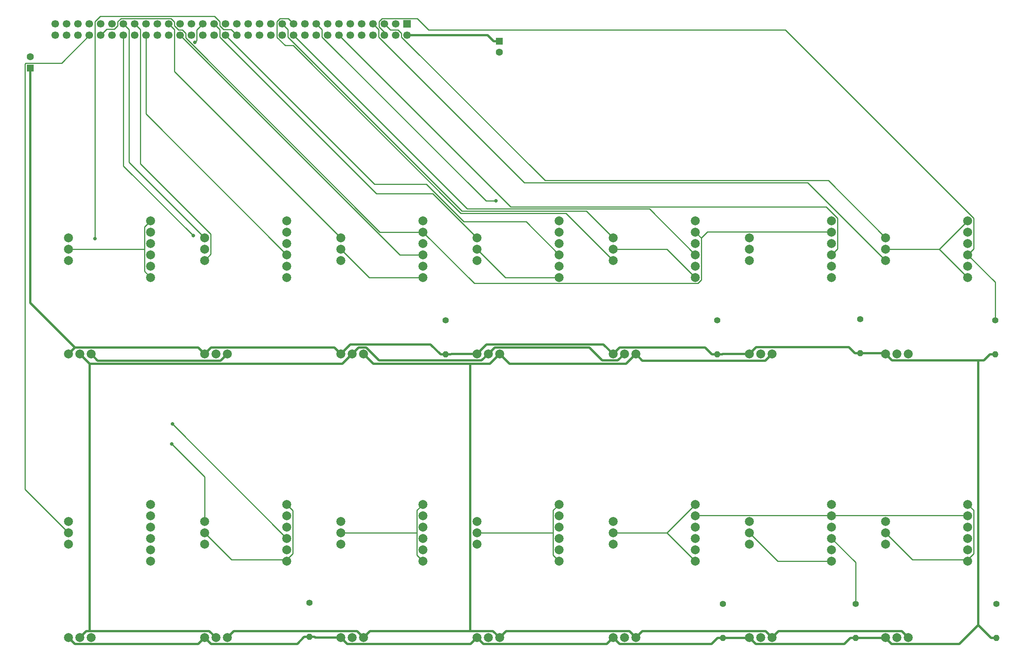
<source format=gbr>
G04 #@! TF.GenerationSoftware,KiCad,Pcbnew,(5.0.0)*
G04 #@! TF.CreationDate,2019-09-22T19:59:41+01:00*
G04 #@! TF.ProjectId,A-FJ,412D464A2E6B696361645F7063620000,rev?*
G04 #@! TF.SameCoordinates,Original*
G04 #@! TF.FileFunction,Copper,L1,Top,Signal*
G04 #@! TF.FilePolarity,Positive*
%FSLAX46Y46*%
G04 Gerber Fmt 4.6, Leading zero omitted, Abs format (unit mm)*
G04 Created by KiCad (PCBNEW (5.0.0)) date 09/22/19 19:59:41*
%MOMM*%
%LPD*%
G01*
G04 APERTURE LIST*
G04 #@! TA.AperFunction,ComponentPad*
%ADD10C,2.000000*%
G04 #@! TD*
G04 #@! TA.AperFunction,ComponentPad*
%ADD11C,1.400000*%
G04 #@! TD*
G04 #@! TA.AperFunction,ComponentPad*
%ADD12O,1.400000X1.400000*%
G04 #@! TD*
G04 #@! TA.AperFunction,ComponentPad*
%ADD13C,1.600000*%
G04 #@! TD*
G04 #@! TA.AperFunction,ComponentPad*
%ADD14R,1.600000X1.600000*%
G04 #@! TD*
G04 #@! TA.AperFunction,ComponentPad*
%ADD15C,1.700000*%
G04 #@! TD*
G04 #@! TA.AperFunction,ComponentPad*
%ADD16R,1.700000X1.700000*%
G04 #@! TD*
G04 #@! TA.AperFunction,ViaPad*
%ADD17C,0.800000*%
G04 #@! TD*
G04 #@! TA.AperFunction,Conductor*
%ADD18C,0.500000*%
G04 #@! TD*
G04 #@! TA.AperFunction,Conductor*
%ADD19C,0.250000*%
G04 #@! TD*
G04 APERTURE END LIST*
D10*
G04 #@! TO.P,U8,13*
G04 #@! TO.N,FTG2*
X225425000Y-78740000D03*
G04 #@! TO.P,U8,12*
G04 #@! TO.N,Net-(U8-Pad1)*
X225425000Y-81280000D03*
G04 #@! TO.P,U8,11*
G04 #@! TO.N,FTG1*
X225425000Y-83820000D03*
G04 #@! TO.P,U8,6*
G04 #@! TO.N,Net-(U8-Pad1)*
X243840000Y-74930000D03*
G04 #@! TO.P,U8,5*
G04 #@! TO.N,t2-2*
X243840000Y-77470000D03*
G04 #@! TO.P,U8,4*
G04 #@! TO.N,N/C*
X243840000Y-80010000D03*
G04 #@! TO.P,U8,3*
G04 #@! TO.N,FTGa*
X243840000Y-82550000D03*
G04 #@! TO.P,U8,2*
G04 #@! TO.N,N/C*
X243840000Y-85090000D03*
G04 #@! TO.P,U8,1*
G04 #@! TO.N,Net-(U8-Pad1)*
X243840000Y-87630000D03*
G04 #@! TO.P,U8,23*
G04 #@! TO.N,Neg6v*
X230505000Y-104775000D03*
G04 #@! TO.P,U8,22*
G04 #@! TO.N,GND*
X227965000Y-104775000D03*
G04 #@! TO.P,U8,21*
G04 #@! TO.N,6v*
X225425000Y-104775000D03*
G04 #@! TD*
G04 #@! TO.P,U1,13*
G04 #@! TO.N,RTG2*
X225425000Y-142240000D03*
G04 #@! TO.P,U1,12*
G04 #@! TO.N,Net-(U1-Pad1)*
X225425000Y-144780000D03*
G04 #@! TO.P,U1,11*
G04 #@! TO.N,RTG1*
X225425000Y-147320000D03*
G04 #@! TO.P,U1,6*
G04 #@! TO.N,Net-(U1-Pad1)*
X243840000Y-138430000D03*
G04 #@! TO.P,U1,5*
G04 #@! TO.N,t2-2*
X243840000Y-140970000D03*
G04 #@! TO.P,U1,4*
G04 #@! TO.N,N/C*
X243840000Y-143510000D03*
G04 #@! TO.P,U1,3*
G04 #@! TO.N,RTGa*
X243840000Y-146050000D03*
G04 #@! TO.P,U1,2*
G04 #@! TO.N,N/C*
X243840000Y-148590000D03*
G04 #@! TO.P,U1,1*
G04 #@! TO.N,Net-(U1-Pad1)*
X243840000Y-151130000D03*
G04 #@! TO.P,U1,23*
G04 #@! TO.N,Neg6v*
X230505000Y-168275000D03*
G04 #@! TO.P,U1,22*
G04 #@! TO.N,GND*
X227965000Y-168275000D03*
G04 #@! TO.P,U1,21*
G04 #@! TO.N,6v*
X225425000Y-168275000D03*
G04 #@! TD*
G04 #@! TO.P,U12,13*
G04 #@! TO.N,MTP2*
X103505000Y-78740000D03*
G04 #@! TO.P,U12,12*
G04 #@! TO.N,Net-(U12-Pad1)*
X103505000Y-81280000D03*
G04 #@! TO.P,U12,11*
G04 #@! TO.N,MTP1*
X103505000Y-83820000D03*
G04 #@! TO.P,U12,6*
G04 #@! TO.N,Net-(U12-Pad1)*
X121920000Y-74930000D03*
G04 #@! TO.P,U12,5*
G04 #@! TO.N,t2-2*
X121920000Y-77470000D03*
G04 #@! TO.P,U12,4*
G04 #@! TO.N,N/C*
X121920000Y-80010000D03*
G04 #@! TO.P,U12,3*
G04 #@! TO.N,MTPa*
X121920000Y-82550000D03*
G04 #@! TO.P,U12,2*
G04 #@! TO.N,N/C*
X121920000Y-85090000D03*
G04 #@! TO.P,U12,1*
G04 #@! TO.N,Net-(U12-Pad1)*
X121920000Y-87630000D03*
G04 #@! TO.P,U12,23*
G04 #@! TO.N,Neg6v*
X108585000Y-104775000D03*
G04 #@! TO.P,U12,22*
G04 #@! TO.N,GND*
X106045000Y-104775000D03*
G04 #@! TO.P,U12,21*
G04 #@! TO.N,6v*
X103505000Y-104775000D03*
G04 #@! TD*
G04 #@! TO.P,U11,13*
G04 #@! TO.N,MTF2*
X133985000Y-78740000D03*
G04 #@! TO.P,U11,12*
G04 #@! TO.N,Net-(U11-Pad1)*
X133985000Y-81280000D03*
G04 #@! TO.P,U11,11*
G04 #@! TO.N,MTF1*
X133985000Y-83820000D03*
G04 #@! TO.P,U11,6*
G04 #@! TO.N,Net-(U11-Pad1)*
X152400000Y-74930000D03*
G04 #@! TO.P,U11,5*
G04 #@! TO.N,N/C*
X152400000Y-77470000D03*
G04 #@! TO.P,U11,4*
X152400000Y-80010000D03*
G04 #@! TO.P,U11,3*
G04 #@! TO.N,MTFa*
X152400000Y-82550000D03*
G04 #@! TO.P,U11,2*
G04 #@! TO.N,N/C*
X152400000Y-85090000D03*
G04 #@! TO.P,U11,1*
G04 #@! TO.N,Net-(U11-Pad1)*
X152400000Y-87630000D03*
G04 #@! TO.P,U11,23*
G04 #@! TO.N,Neg6v*
X139065000Y-104775000D03*
G04 #@! TO.P,U11,22*
G04 #@! TO.N,GND*
X136525000Y-104775000D03*
G04 #@! TO.P,U11,21*
G04 #@! TO.N,6v*
X133985000Y-104775000D03*
G04 #@! TD*
G04 #@! TO.P,U14,13*
G04 #@! TO.N,ATF2*
X42545000Y-78740000D03*
G04 #@! TO.P,U14,12*
G04 #@! TO.N,Net-(U14-Pad1)*
X42545000Y-81280000D03*
G04 #@! TO.P,U14,11*
G04 #@! TO.N,ATF1*
X42545000Y-83820000D03*
G04 #@! TO.P,U14,6*
G04 #@! TO.N,Net-(U14-Pad1)*
X60960000Y-74930000D03*
G04 #@! TO.P,U14,5*
G04 #@! TO.N,N/C*
X60960000Y-77470000D03*
G04 #@! TO.P,U14,4*
X60960000Y-80010000D03*
G04 #@! TO.P,U14,3*
G04 #@! TO.N,ATFa*
X60960000Y-82550000D03*
G04 #@! TO.P,U14,2*
G04 #@! TO.N,N/C*
X60960000Y-85090000D03*
G04 #@! TO.P,U14,1*
G04 #@! TO.N,Net-(U14-Pad1)*
X60960000Y-87630000D03*
G04 #@! TO.P,U14,23*
G04 #@! TO.N,Neg6v*
X47625000Y-104775000D03*
G04 #@! TO.P,U14,22*
G04 #@! TO.N,GND*
X45085000Y-104775000D03*
G04 #@! TO.P,U14,21*
G04 #@! TO.N,6v*
X42545000Y-104775000D03*
G04 #@! TD*
G04 #@! TO.P,U13,13*
G04 #@! TO.N,QTF2*
X73025000Y-78740000D03*
G04 #@! TO.P,U13,12*
G04 #@! TO.N,Net-(U13-Pad1)*
X73025000Y-81280000D03*
G04 #@! TO.P,U13,11*
G04 #@! TO.N,QTF1*
X73025000Y-83820000D03*
G04 #@! TO.P,U13,6*
G04 #@! TO.N,Net-(U13-Pad1)*
X91440000Y-74930000D03*
G04 #@! TO.P,U13,5*
G04 #@! TO.N,N/C*
X91440000Y-77470000D03*
G04 #@! TO.P,U13,4*
X91440000Y-80010000D03*
G04 #@! TO.P,U13,3*
G04 #@! TO.N,QTFa*
X91440000Y-82550000D03*
G04 #@! TO.P,U13,2*
G04 #@! TO.N,N/C*
X91440000Y-85090000D03*
G04 #@! TO.P,U13,1*
G04 #@! TO.N,Net-(U13-Pad1)*
X91440000Y-87630000D03*
G04 #@! TO.P,U13,23*
G04 #@! TO.N,Neg6v*
X78105000Y-104775000D03*
G04 #@! TO.P,U13,22*
G04 #@! TO.N,GND*
X75565000Y-104775000D03*
G04 #@! TO.P,U13,21*
G04 #@! TO.N,6v*
X73025000Y-104775000D03*
G04 #@! TD*
D11*
G04 #@! TO.P,R3,1*
G04 #@! TO.N,RTGa*
X250250000Y-160750000D03*
D12*
G04 #@! TO.P,R3,2*
G04 #@! TO.N,6v*
X250250000Y-168370000D03*
G04 #@! TD*
D11*
G04 #@! TO.P,R4,1*
G04 #@! TO.N,VTGa*
X189000000Y-160750000D03*
D12*
G04 #@! TO.P,R4,2*
G04 #@! TO.N,6v*
X189000000Y-168370000D03*
G04 #@! TD*
D11*
G04 #@! TO.P,R5,1*
G04 #@! TO.N,MTPa*
X127000000Y-97250000D03*
D12*
G04 #@! TO.P,R5,2*
G04 #@! TO.N,6v*
X127000000Y-104870000D03*
G04 #@! TD*
D11*
G04 #@! TO.P,R6,1*
G04 #@! TO.N,PTG1-a*
X218750000Y-160750000D03*
D12*
G04 #@! TO.P,R6,2*
G04 #@! TO.N,6v*
X218750000Y-168370000D03*
G04 #@! TD*
D11*
G04 #@! TO.P,R7,1*
G04 #@! TO.N,PTG2-a*
X187750000Y-97250000D03*
D12*
G04 #@! TO.P,R7,2*
G04 #@! TO.N,6v*
X187750000Y-104870000D03*
G04 #@! TD*
D11*
G04 #@! TO.P,R8,1*
G04 #@! TO.N,JTPCa*
X96500000Y-160500000D03*
D12*
G04 #@! TO.P,R8,2*
G04 #@! TO.N,6v*
X96500000Y-168120000D03*
G04 #@! TD*
D10*
G04 #@! TO.P,U2,13*
G04 #@! TO.N,PTG1-2*
X194945000Y-142240000D03*
G04 #@! TO.P,U2,12*
G04 #@! TO.N,Net-(U2-Pad1)*
X194945000Y-144780000D03*
G04 #@! TO.P,U2,11*
G04 #@! TO.N,PTG1-1*
X194945000Y-147320000D03*
G04 #@! TO.P,U2,6*
G04 #@! TO.N,Net-(U2-Pad1)*
X213360000Y-138430000D03*
G04 #@! TO.P,U2,5*
G04 #@! TO.N,t2-2*
X213360000Y-140970000D03*
G04 #@! TO.P,U2,4*
G04 #@! TO.N,N/C*
X213360000Y-143510000D03*
G04 #@! TO.P,U2,3*
G04 #@! TO.N,PTG1-a*
X213360000Y-146050000D03*
G04 #@! TO.P,U2,2*
G04 #@! TO.N,N/C*
X213360000Y-148590000D03*
G04 #@! TO.P,U2,1*
G04 #@! TO.N,Net-(U2-Pad1)*
X213360000Y-151130000D03*
G04 #@! TO.P,U2,23*
G04 #@! TO.N,Neg6v*
X200025000Y-168275000D03*
G04 #@! TO.P,U2,22*
G04 #@! TO.N,GND*
X197485000Y-168275000D03*
G04 #@! TO.P,U2,21*
G04 #@! TO.N,6v*
X194945000Y-168275000D03*
G04 #@! TD*
G04 #@! TO.P,U3,13*
G04 #@! TO.N,VTG2*
X164465000Y-142240000D03*
G04 #@! TO.P,U3,12*
G04 #@! TO.N,VTG-*
X164465000Y-144780000D03*
G04 #@! TO.P,U3,11*
G04 #@! TO.N,VTG1*
X164465000Y-147320000D03*
G04 #@! TO.P,U3,6*
G04 #@! TO.N,VTG-*
X182880000Y-138430000D03*
G04 #@! TO.P,U3,5*
G04 #@! TO.N,t2-2*
X182880000Y-140970000D03*
G04 #@! TO.P,U3,4*
G04 #@! TO.N,N/C*
X182880000Y-143510000D03*
G04 #@! TO.P,U3,3*
G04 #@! TO.N,VTGa*
X182880000Y-146050000D03*
G04 #@! TO.P,U3,2*
G04 #@! TO.N,N/C*
X182880000Y-148590000D03*
G04 #@! TO.P,U3,1*
G04 #@! TO.N,VTG-*
X182880000Y-151130000D03*
G04 #@! TO.P,U3,23*
G04 #@! TO.N,Neg6v*
X169545000Y-168275000D03*
G04 #@! TO.P,U3,22*
G04 #@! TO.N,GND*
X167005000Y-168275000D03*
G04 #@! TO.P,U3,21*
G04 #@! TO.N,6v*
X164465000Y-168275000D03*
G04 #@! TD*
G04 #@! TO.P,U4,13*
G04 #@! TO.N,JTF2*
X133985000Y-142240000D03*
G04 #@! TO.P,U4,12*
G04 #@! TO.N,Net-(U4-Pad1)*
X133985000Y-144780000D03*
G04 #@! TO.P,U4,11*
G04 #@! TO.N,JTF1*
X133985000Y-147320000D03*
G04 #@! TO.P,U4,6*
G04 #@! TO.N,Net-(U4-Pad1)*
X152400000Y-138430000D03*
G04 #@! TO.P,U4,5*
G04 #@! TO.N,N/C*
X152400000Y-140970000D03*
G04 #@! TO.P,U4,4*
X152400000Y-143510000D03*
G04 #@! TO.P,U4,3*
G04 #@! TO.N,JTFa*
X152400000Y-146050000D03*
G04 #@! TO.P,U4,2*
G04 #@! TO.N,N/C*
X152400000Y-148590000D03*
G04 #@! TO.P,U4,1*
G04 #@! TO.N,Net-(U4-Pad1)*
X152400000Y-151130000D03*
G04 #@! TO.P,U4,23*
G04 #@! TO.N,Neg6v*
X139065000Y-168275000D03*
G04 #@! TO.P,U4,22*
G04 #@! TO.N,GND*
X136525000Y-168275000D03*
G04 #@! TO.P,U4,21*
G04 #@! TO.N,6v*
X133985000Y-168275000D03*
G04 #@! TD*
G04 #@! TO.P,U5,13*
G04 #@! TO.N,M-TF2*
X103505000Y-142240000D03*
G04 #@! TO.P,U5,12*
G04 #@! TO.N,Net-(U5-Pad1)*
X103505000Y-144780000D03*
G04 #@! TO.P,U5,11*
G04 #@! TO.N,M-TF1*
X103505000Y-147320000D03*
G04 #@! TO.P,U5,6*
G04 #@! TO.N,Net-(U5-Pad1)*
X121920000Y-138430000D03*
G04 #@! TO.P,U5,5*
G04 #@! TO.N,N/C*
X121920000Y-140970000D03*
G04 #@! TO.P,U5,4*
X121920000Y-143510000D03*
G04 #@! TO.P,U5,3*
G04 #@! TO.N,M-TFa*
X121920000Y-146050000D03*
G04 #@! TO.P,U5,2*
G04 #@! TO.N,N/C*
X121920000Y-148590000D03*
G04 #@! TO.P,U5,1*
G04 #@! TO.N,Net-(U5-Pad1)*
X121920000Y-151130000D03*
G04 #@! TO.P,U5,23*
G04 #@! TO.N,Neg6v*
X108585000Y-168275000D03*
G04 #@! TO.P,U5,22*
G04 #@! TO.N,GND*
X106045000Y-168275000D03*
G04 #@! TO.P,U5,21*
G04 #@! TO.N,6v*
X103505000Y-168275000D03*
G04 #@! TD*
G04 #@! TO.P,U6,13*
G04 #@! TO.N,JTPC2*
X73025000Y-142240000D03*
G04 #@! TO.P,U6,12*
G04 #@! TO.N,Net-(U6-Pad1)*
X73025000Y-144780000D03*
G04 #@! TO.P,U6,11*
G04 #@! TO.N,JTPC1*
X73025000Y-147320000D03*
G04 #@! TO.P,U6,6*
G04 #@! TO.N,Net-(U6-Pad1)*
X91440000Y-138430000D03*
G04 #@! TO.P,U6,5*
G04 #@! TO.N,t5*
X91440000Y-140970000D03*
G04 #@! TO.P,U6,4*
G04 #@! TO.N,N/C*
X91440000Y-143510000D03*
G04 #@! TO.P,U6,3*
G04 #@! TO.N,JTPCa*
X91440000Y-146050000D03*
G04 #@! TO.P,U6,2*
G04 #@! TO.N,N/C*
X91440000Y-148590000D03*
G04 #@! TO.P,U6,1*
G04 #@! TO.N,Net-(U6-Pad1)*
X91440000Y-151130000D03*
G04 #@! TO.P,U6,23*
G04 #@! TO.N,Neg6v*
X78105000Y-168275000D03*
G04 #@! TO.P,U6,22*
G04 #@! TO.N,GND*
X75565000Y-168275000D03*
G04 #@! TO.P,U6,21*
G04 #@! TO.N,6v*
X73025000Y-168275000D03*
G04 #@! TD*
G04 #@! TO.P,U7,13*
G04 #@! TO.N,JTG16-*
X42545000Y-142240000D03*
G04 #@! TO.P,U7,12*
G04 #@! TO.N,JTG15-*
X42545000Y-144780000D03*
G04 #@! TO.P,U7,11*
G04 #@! TO.N,JTG14-*
X42545000Y-147320000D03*
G04 #@! TO.P,U7,6*
G04 #@! TO.N,J16*
X60960000Y-138430000D03*
G04 #@! TO.P,U7,5*
G04 #@! TO.N,MTI*
X60960000Y-140970000D03*
G04 #@! TO.P,U7,4*
G04 #@! TO.N,J15*
X60960000Y-143510000D03*
G04 #@! TO.P,U7,3*
G04 #@! TO.N,MTI*
X60960000Y-146050000D03*
G04 #@! TO.P,U7,2*
X60960000Y-148590000D03*
G04 #@! TO.P,U7,1*
G04 #@! TO.N,J14*
X60960000Y-151130000D03*
G04 #@! TO.P,U7,23*
G04 #@! TO.N,Neg6v*
X47625000Y-168275000D03*
G04 #@! TO.P,U7,22*
G04 #@! TO.N,GND*
X45085000Y-168275000D03*
G04 #@! TO.P,U7,21*
G04 #@! TO.N,6v*
X42545000Y-168275000D03*
G04 #@! TD*
G04 #@! TO.P,U9,13*
G04 #@! TO.N,LTG2*
X194945000Y-78740000D03*
G04 #@! TO.P,U9,12*
G04 #@! TO.N,Net-(U9-Pad1)*
X194945000Y-81280000D03*
G04 #@! TO.P,U9,11*
G04 #@! TO.N,LTG1*
X194945000Y-83820000D03*
G04 #@! TO.P,U9,6*
G04 #@! TO.N,Net-(U9-Pad1)*
X213360000Y-74930000D03*
G04 #@! TO.P,U9,5*
G04 #@! TO.N,t2-2*
X213360000Y-77470000D03*
G04 #@! TO.P,U9,4*
G04 #@! TO.N,N/C*
X213360000Y-80010000D03*
G04 #@! TO.P,U9,3*
G04 #@! TO.N,LTGa*
X213360000Y-82550000D03*
G04 #@! TO.P,U9,2*
G04 #@! TO.N,N/C*
X213360000Y-85090000D03*
G04 #@! TO.P,U9,1*
G04 #@! TO.N,Net-(U9-Pad1)*
X213360000Y-87630000D03*
G04 #@! TO.P,U9,23*
G04 #@! TO.N,Neg6v*
X200025000Y-104775000D03*
G04 #@! TO.P,U9,22*
G04 #@! TO.N,GND*
X197485000Y-104775000D03*
G04 #@! TO.P,U9,21*
G04 #@! TO.N,6v*
X194945000Y-104775000D03*
G04 #@! TD*
G04 #@! TO.P,U10,13*
G04 #@! TO.N,PTG2-2*
X164465000Y-78740000D03*
G04 #@! TO.P,U10,12*
G04 #@! TO.N,Net-(U10-Pad1)*
X164465000Y-81280000D03*
G04 #@! TO.P,U10,11*
G04 #@! TO.N,PTG2-1*
X164465000Y-83820000D03*
G04 #@! TO.P,U10,6*
G04 #@! TO.N,Net-(U10-Pad1)*
X182880000Y-74930000D03*
G04 #@! TO.P,U10,5*
G04 #@! TO.N,t2-2*
X182880000Y-77470000D03*
G04 #@! TO.P,U10,4*
G04 #@! TO.N,N/C*
X182880000Y-80010000D03*
G04 #@! TO.P,U10,3*
G04 #@! TO.N,PTG2-a*
X182880000Y-82550000D03*
G04 #@! TO.P,U10,2*
G04 #@! TO.N,N/C*
X182880000Y-85090000D03*
G04 #@! TO.P,U10,1*
G04 #@! TO.N,Net-(U10-Pad1)*
X182880000Y-87630000D03*
G04 #@! TO.P,U10,23*
G04 #@! TO.N,Neg6v*
X169545000Y-104775000D03*
G04 #@! TO.P,U10,22*
G04 #@! TO.N,GND*
X167005000Y-104775000D03*
G04 #@! TO.P,U10,21*
G04 #@! TO.N,6v*
X164465000Y-104775000D03*
G04 #@! TD*
D13*
G04 #@! TO.P,C1,2*
G04 #@! TO.N,GND*
X34000000Y-38250000D03*
D14*
G04 #@! TO.P,C1,1*
G04 #@! TO.N,6v*
X34000000Y-40750000D03*
G04 #@! TD*
D13*
G04 #@! TO.P,C2,2*
G04 #@! TO.N,Neg6v*
X139000000Y-37250000D03*
D14*
G04 #@! TO.P,C2,1*
G04 #@! TO.N,GND*
X139000000Y-34750000D03*
G04 #@! TD*
D15*
G04 #@! TO.P,J1,AL*
G04 #@! TO.N,GND*
X39605000Y-33401000D03*
G04 #@! TO.P,J1,32*
X39605000Y-30861000D03*
G04 #@! TO.P,J1,AK*
G04 #@! TO.N,Neg6v*
X42145000Y-33401000D03*
G04 #@! TO.P,J1,31*
X42145000Y-30861000D03*
G04 #@! TO.P,J1,AJ*
G04 #@! TO.N,N/C*
X44685000Y-33401000D03*
G04 #@! TO.P,J1,30*
X44685000Y-30861000D03*
G04 #@! TO.P,J1,AH*
G04 #@! TO.N,JTG15-*
X47225000Y-33401000D03*
G04 #@! TO.P,J1,29*
G04 #@! TO.N,J15*
X47225000Y-30861000D03*
G04 #@! TO.P,J1,AF*
G04 #@! TO.N,t2-2*
X49765000Y-33401000D03*
G04 #@! TO.P,J1,28*
G04 #@! TO.N,ATF2*
X49765000Y-30861000D03*
G04 #@! TO.P,J1,AE*
G04 #@! TO.N,JTG14-*
X52305000Y-33401000D03*
G04 #@! TO.P,J1,27*
G04 #@! TO.N,ATF1*
X52305000Y-30861000D03*
G04 #@! TO.P,J1,AD*
G04 #@! TO.N,t5*
X54845000Y-33401000D03*
G04 #@! TO.P,J1,26*
G04 #@! TO.N,QTF2*
X54845000Y-30861000D03*
G04 #@! TO.P,J1,AC*
G04 #@! TO.N,ATFa*
X57385000Y-33401000D03*
G04 #@! TO.P,J1,25*
G04 #@! TO.N,QTF1*
X57385000Y-30861000D03*
G04 #@! TO.P,J1,AB*
G04 #@! TO.N,QTFa*
X59925000Y-33401000D03*
G04 #@! TO.P,J1,24*
G04 #@! TO.N,JTPC2*
X59925000Y-30861000D03*
G04 #@! TO.P,J1,AA*
G04 #@! TO.N,JTPCa*
X62465000Y-33401000D03*
G04 #@! TO.P,J1,23*
G04 #@! TO.N,JTPC1*
X62465000Y-30861000D03*
G04 #@! TO.P,J1,Z*
G04 #@! TO.N,J14*
X65005000Y-33401000D03*
G04 #@! TO.P,J1,22*
G04 #@! TO.N,MTP2*
X65005000Y-30861000D03*
G04 #@! TO.P,J1,Y*
G04 #@! TO.N,MTPa*
X67545000Y-33401000D03*
G04 #@! TO.P,J1,21*
G04 #@! TO.N,MTP1*
X67545000Y-30861000D03*
G04 #@! TO.P,J1,X*
G04 #@! TO.N,MTI*
X70085000Y-33401000D03*
G04 #@! TO.P,J1,20*
G04 #@! TO.N,M-TF2*
X70085000Y-30861000D03*
G04 #@! TO.P,J1,W*
G04 #@! TO.N,M-TFa*
X72625000Y-33401000D03*
G04 #@! TO.P,J1,19*
G04 #@! TO.N,M-TF1*
X72625000Y-30861000D03*
G04 #@! TO.P,J1,V*
G04 #@! TO.N,J16*
X75165000Y-33401000D03*
G04 #@! TO.P,J1,18*
G04 #@! TO.N,MTF2*
X75165000Y-30861000D03*
G04 #@! TO.P,J1,U*
G04 #@! TO.N,MTFa*
X77705000Y-33401000D03*
G04 #@! TO.P,J1,17*
G04 #@! TO.N,MTF1*
X77705000Y-30861000D03*
G04 #@! TO.P,J1,T*
G04 #@! TO.N,JTG16-*
X80245000Y-33401000D03*
G04 #@! TO.P,J1,16*
G04 #@! TO.N,JTF2*
X80245000Y-30861000D03*
G04 #@! TO.P,J1,S*
G04 #@! TO.N,JTFa*
X82785000Y-33401000D03*
G04 #@! TO.P,J1,15*
G04 #@! TO.N,JTF1*
X82785000Y-30861000D03*
G04 #@! TO.P,J1,R*
G04 #@! TO.N,VTG-*
X85325000Y-33401000D03*
G04 #@! TO.P,J1,14*
G04 #@! TO.N,VTG1*
X85325000Y-30861000D03*
G04 #@! TO.P,J1,P*
G04 #@! TO.N,VTGa*
X87865000Y-33401000D03*
G04 #@! TO.P,J1,13*
G04 #@! TO.N,VTG2*
X87865000Y-30861000D03*
G04 #@! TO.P,J1,N*
G04 #@! TO.N,N/C*
X90405000Y-33401000D03*
G04 #@! TO.P,J1,12*
G04 #@! TO.N,PTG2-2*
X90405000Y-30861000D03*
G04 #@! TO.P,J1,M*
G04 #@! TO.N,PTG2-a*
X92945000Y-33401000D03*
G04 #@! TO.P,J1,11*
G04 #@! TO.N,PTG2-1*
X92945000Y-30861000D03*
G04 #@! TO.P,J1,L*
G04 #@! TO.N,N/C*
X95485000Y-33401000D03*
G04 #@! TO.P,J1,10*
G04 #@! TO.N,PTG1-1*
X95485000Y-30861000D03*
G04 #@! TO.P,J1,K*
G04 #@! TO.N,PTG1-a*
X98025000Y-33401000D03*
G04 #@! TO.P,J1,9*
G04 #@! TO.N,PTG1-2*
X98025000Y-30861000D03*
G04 #@! TO.P,J1,J*
G04 #@! TO.N,N/C*
X100565000Y-33401000D03*
G04 #@! TO.P,J1,8*
G04 #@! TO.N,LTG2*
X100565000Y-30861000D03*
G04 #@! TO.P,J1,H*
G04 #@! TO.N,LTGa*
X103105000Y-33401000D03*
G04 #@! TO.P,J1,7*
G04 #@! TO.N,LTG1*
X103105000Y-30861000D03*
G04 #@! TO.P,J1,F*
G04 #@! TO.N,N/C*
X105645000Y-33401000D03*
G04 #@! TO.P,J1,6*
G04 #@! TO.N,RTG1*
X105645000Y-30861000D03*
G04 #@! TO.P,J1,E*
G04 #@! TO.N,RTGa*
X108185000Y-33401000D03*
G04 #@! TO.P,J1,5*
G04 #@! TO.N,RTG2*
X108185000Y-30861000D03*
G04 #@! TO.P,J1,D*
G04 #@! TO.N,N/C*
X110725000Y-33401000D03*
G04 #@! TO.P,J1,4*
G04 #@! TO.N,FTG1*
X110725000Y-30861000D03*
G04 #@! TO.P,J1,C*
G04 #@! TO.N,FTGa*
X113265000Y-33401000D03*
G04 #@! TO.P,J1,3*
G04 #@! TO.N,FTG2*
X113265000Y-30861000D03*
G04 #@! TO.P,J1,B*
G04 #@! TO.N,6v*
X115805000Y-33401000D03*
G04 #@! TO.P,J1,2*
X115805000Y-30861000D03*
G04 #@! TO.P,J1,A*
G04 #@! TO.N,GND*
X118345000Y-33401000D03*
D16*
G04 #@! TO.P,J1,1*
X118345000Y-30861000D03*
G04 #@! TD*
D11*
G04 #@! TO.P,R1,1*
G04 #@! TO.N,FTGa*
X250000000Y-97250000D03*
D12*
G04 #@! TO.P,R1,2*
G04 #@! TO.N,6v*
X250000000Y-104870000D03*
G04 #@! TD*
G04 #@! TO.P,R2,2*
G04 #@! TO.N,6v*
X219750000Y-104620000D03*
D11*
G04 #@! TO.P,R2,1*
G04 #@! TO.N,LTGa*
X219750000Y-97000000D03*
G04 #@! TD*
D17*
G04 #@! TO.N,t5*
X70472200Y-78313100D03*
G04 #@! TO.N,JTPC2*
X65671600Y-124935300D03*
G04 #@! TO.N,JTPCa*
X65857900Y-120467900D03*
G04 #@! TO.N,M-TF1*
X70859300Y-35020800D03*
G04 #@! TO.N,JTG16-*
X48495000Y-78920500D03*
G04 #@! TO.N,PTG1-2*
X138199800Y-70509700D03*
G04 #@! TD*
D18*
G04 #@! TO.N,6v*
X103505000Y-168275000D02*
X97805300Y-168275000D01*
X97805300Y-168275000D02*
X97650300Y-168120000D01*
X133985000Y-168275000D02*
X132534600Y-169725400D01*
X132534600Y-169725400D02*
X104955400Y-169725400D01*
X104955400Y-169725400D02*
X103505000Y-168275000D01*
X96500000Y-168120000D02*
X97650300Y-168120000D01*
X246207500Y-165477800D02*
X249099700Y-168370000D01*
X246207500Y-106244900D02*
X246207500Y-165477800D01*
X246207500Y-165477800D02*
X241936800Y-169748500D01*
X241936800Y-169748500D02*
X226803500Y-169748500D01*
X226803500Y-169748500D02*
X225425000Y-168370000D01*
X246207500Y-106244900D02*
X247474800Y-106244900D01*
X247474800Y-106244900D02*
X248849700Y-104870000D01*
X225425000Y-104775000D02*
X226894900Y-106244900D01*
X226894900Y-106244900D02*
X246207500Y-106244900D01*
X250000000Y-104870000D02*
X248849700Y-104870000D01*
X219750000Y-104620000D02*
X225270000Y-104620000D01*
X225270000Y-104620000D02*
X225425000Y-104775000D01*
X225425000Y-168370000D02*
X225425000Y-168275000D01*
X225425000Y-168370000D02*
X219900300Y-168370000D01*
X218750000Y-168370000D02*
X219900300Y-168370000D01*
X218174900Y-168370000D02*
X218750000Y-168370000D01*
X218174900Y-168370000D02*
X217599700Y-168370000D01*
X133985000Y-104775000D02*
X128245300Y-104775000D01*
X128245300Y-104775000D02*
X128150300Y-104870000D01*
X127000000Y-104870000D02*
X128150300Y-104870000D01*
X164465000Y-104775000D02*
X162313000Y-102623000D01*
X162313000Y-102623000D02*
X136137000Y-102623000D01*
X136137000Y-102623000D02*
X133985000Y-104775000D01*
X194945000Y-104775000D02*
X188995300Y-104775000D01*
X188995300Y-104775000D02*
X188900300Y-104870000D01*
X218599700Y-104620000D02*
X217237000Y-103257300D01*
X217237000Y-103257300D02*
X196462700Y-103257300D01*
X196462700Y-103257300D02*
X194945000Y-104775000D01*
X187750000Y-104870000D02*
X188900300Y-104870000D01*
X125849700Y-104870000D02*
X123604100Y-102624400D01*
X123604100Y-102624400D02*
X105655600Y-102624400D01*
X105655600Y-102624400D02*
X103505000Y-104775000D01*
X103505000Y-104775000D02*
X102054600Y-103324600D01*
X102054600Y-103324600D02*
X74475400Y-103324600D01*
X74475400Y-103324600D02*
X73025000Y-104775000D01*
X96500000Y-168120000D02*
X95349700Y-168120000D01*
X95349700Y-168120000D02*
X93744300Y-169725400D01*
X93744300Y-169725400D02*
X74475400Y-169725400D01*
X74475400Y-169725400D02*
X73025000Y-168275000D01*
X217599700Y-168370000D02*
X216244300Y-169725400D01*
X216244300Y-169725400D02*
X196395400Y-169725400D01*
X196395400Y-169725400D02*
X194945000Y-168275000D01*
X186599700Y-104870000D02*
X185046400Y-103316700D01*
X185046400Y-103316700D02*
X165923300Y-103316700D01*
X165923300Y-103316700D02*
X164465000Y-104775000D01*
X164465000Y-168275000D02*
X163014600Y-169725400D01*
X163014600Y-169725400D02*
X135435400Y-169725400D01*
X135435400Y-169725400D02*
X133985000Y-168275000D01*
X164465000Y-168275000D02*
X165915400Y-169725400D01*
X165915400Y-169725400D02*
X186494300Y-169725400D01*
X186494300Y-169725400D02*
X187849700Y-168370000D01*
X43995400Y-103324600D02*
X71574600Y-103324600D01*
X71574600Y-103324600D02*
X73025000Y-104775000D01*
X42545000Y-104775000D02*
X43995400Y-103324600D01*
X43995400Y-103324600D02*
X34000000Y-93329200D01*
X34000000Y-93329200D02*
X34000000Y-40750000D01*
X219750000Y-104620000D02*
X218599700Y-104620000D01*
X187750000Y-104870000D02*
X186599700Y-104870000D01*
X127000000Y-104870000D02*
X125849700Y-104870000D01*
X189000000Y-168370000D02*
X194850000Y-168370000D01*
X194850000Y-168370000D02*
X194945000Y-168275000D01*
X189000000Y-168370000D02*
X187849700Y-168370000D01*
X42545000Y-168275000D02*
X43995400Y-169725400D01*
X43995400Y-169725400D02*
X71574600Y-169725400D01*
X71574600Y-169725400D02*
X73025000Y-168275000D01*
X250250000Y-168370000D02*
X249099700Y-168370000D01*
G04 #@! TO.N,Neg6v*
X132513700Y-166805900D02*
X137595900Y-166805900D01*
X137595900Y-166805900D02*
X139065000Y-168275000D01*
X108585000Y-168275000D02*
X110054100Y-166805900D01*
X110054100Y-166805900D02*
X132513700Y-166805900D01*
X132513700Y-106980800D02*
X132513700Y-166805900D01*
X132513700Y-106980800D02*
X136859200Y-106980800D01*
X136859200Y-106980800D02*
X139065000Y-104775000D01*
X108585000Y-104775000D02*
X110790800Y-106980800D01*
X110790800Y-106980800D02*
X132513700Y-106980800D01*
X139065000Y-104775000D02*
X141246700Y-106956700D01*
X141246700Y-106956700D02*
X167363300Y-106956700D01*
X167363300Y-106956700D02*
X169545000Y-104775000D01*
X200025000Y-104775000D02*
X198544100Y-106255900D01*
X198544100Y-106255900D02*
X171025900Y-106255900D01*
X171025900Y-106255900D02*
X169545000Y-104775000D01*
X139065000Y-168275000D02*
X140517100Y-166822900D01*
X140517100Y-166822900D02*
X168092900Y-166822900D01*
X168092900Y-166822900D02*
X169545000Y-168275000D01*
X200025000Y-168275000D02*
X198574600Y-166824600D01*
X198574600Y-166824600D02*
X170995400Y-166824600D01*
X170995400Y-166824600D02*
X169545000Y-168275000D01*
X78105000Y-168275000D02*
X79555400Y-166824600D01*
X79555400Y-166824600D02*
X107134600Y-166824600D01*
X107134600Y-166824600D02*
X108585000Y-168275000D01*
X230505000Y-168275000D02*
X229050200Y-166820200D01*
X229050200Y-166820200D02*
X201479800Y-166820200D01*
X201479800Y-166820200D02*
X200025000Y-168275000D01*
X47625000Y-104775000D02*
X49111700Y-106261700D01*
X49111700Y-106261700D02*
X76618300Y-106261700D01*
X76618300Y-106261700D02*
X78105000Y-104775000D01*
G04 #@! TO.N,GND*
X136525000Y-104775000D02*
X137975400Y-103324600D01*
X137975400Y-103324600D02*
X159115000Y-103324600D01*
X159115000Y-103324600D02*
X162041300Y-106250900D01*
X162041300Y-106250900D02*
X165529100Y-106250900D01*
X165529100Y-106250900D02*
X167005000Y-104775000D01*
X106045000Y-104775000D02*
X107495300Y-103324700D01*
X107495300Y-103324700D02*
X109185900Y-103324700D01*
X109185900Y-103324700D02*
X112103600Y-106242400D01*
X112103600Y-106242400D02*
X135057600Y-106242400D01*
X135057600Y-106242400D02*
X136525000Y-104775000D01*
X47281500Y-166798100D02*
X74088100Y-166798100D01*
X74088100Y-166798100D02*
X75565000Y-168275000D01*
X45085000Y-168275000D02*
X46561900Y-166798100D01*
X46561900Y-166798100D02*
X47281500Y-166798100D01*
X47281500Y-106971500D02*
X47281500Y-166798100D01*
X47281500Y-106971500D02*
X45085000Y-104775000D01*
X106045000Y-104775000D02*
X103848500Y-106971500D01*
X103848500Y-106971500D02*
X47281500Y-106971500D01*
X139000000Y-34750000D02*
X137749700Y-34750000D01*
X118345000Y-33401000D02*
X136400700Y-33401000D01*
X136400700Y-33401000D02*
X137749700Y-34750000D01*
D19*
G04 #@! TO.N,MTPa*
X67545000Y-33401000D02*
X116694000Y-82550000D01*
X116694000Y-82550000D02*
X121920000Y-82550000D01*
G04 #@! TO.N,Net-(U1-Pad1)*
X243840000Y-150797200D02*
X231442200Y-150797200D01*
X231442200Y-150797200D02*
X225425000Y-144780000D01*
X243840000Y-138430000D02*
X245180500Y-139770500D01*
X245180500Y-139770500D02*
X245180500Y-149456700D01*
X245180500Y-149456700D02*
X243840000Y-150797200D01*
X243840000Y-150797200D02*
X243840000Y-151130000D01*
G04 #@! TO.N,Net-(U2-Pad1)*
X213360000Y-151130000D02*
X201295000Y-151130000D01*
X201295000Y-151130000D02*
X194945000Y-144780000D01*
G04 #@! TO.N,Net-(U4-Pad1)*
X151053800Y-144780000D02*
X151053800Y-139776200D01*
X151053800Y-139776200D02*
X152400000Y-138430000D01*
X152400000Y-151130000D02*
X151053800Y-149783800D01*
X151053800Y-149783800D02*
X151053800Y-144780000D01*
X151053800Y-144780000D02*
X133985000Y-144780000D01*
G04 #@! TO.N,Net-(U5-Pad1)*
X120573800Y-144780000D02*
X120573800Y-139776200D01*
X120573800Y-139776200D02*
X121920000Y-138430000D01*
X121920000Y-151130000D02*
X120573800Y-149783800D01*
X120573800Y-149783800D02*
X120573800Y-144780000D01*
X120573800Y-144780000D02*
X103505000Y-144780000D01*
G04 #@! TO.N,Net-(U10-Pad1)*
X182880000Y-87630000D02*
X176530000Y-81280000D01*
X176530000Y-81280000D02*
X164465000Y-81280000D01*
G04 #@! TO.N,Net-(U11-Pad1)*
X152400000Y-87630000D02*
X140335000Y-87630000D01*
X140335000Y-87630000D02*
X133985000Y-81280000D01*
G04 #@! TO.N,Net-(U12-Pad1)*
X121920000Y-87630000D02*
X109855000Y-87630000D01*
X109855000Y-87630000D02*
X103505000Y-81280000D01*
G04 #@! TO.N,Net-(U14-Pad1)*
X59578900Y-81280000D02*
X59578900Y-76311100D01*
X59578900Y-76311100D02*
X60960000Y-74930000D01*
X60960000Y-87630000D02*
X59578900Y-86248900D01*
X59578900Y-86248900D02*
X59578900Y-81280000D01*
X42545000Y-81280000D02*
X59578900Y-81280000D01*
G04 #@! TO.N,JTG15-*
X47225000Y-33401000D02*
X41001400Y-39624600D01*
X41001400Y-39624600D02*
X33001200Y-39624600D01*
X33001200Y-39624600D02*
X32818700Y-39807100D01*
X32818700Y-39807100D02*
X32818700Y-135053700D01*
X32818700Y-135053700D02*
X42545000Y-144780000D01*
G04 #@! TO.N,t2-2*
X49765000Y-33401000D02*
X51129600Y-32036400D01*
X51129600Y-32036400D02*
X52830600Y-32036400D01*
X52830600Y-32036400D02*
X53575000Y-31292000D01*
X53575000Y-31292000D02*
X53575000Y-30388300D01*
X53575000Y-30388300D02*
X54296600Y-29666700D01*
X54296600Y-29666700D02*
X65473800Y-29666700D01*
X65473800Y-29666700D02*
X66275000Y-30467900D01*
X66275000Y-30467900D02*
X66275000Y-31270400D01*
X66275000Y-31270400D02*
X67230200Y-32225600D01*
X67230200Y-32225600D02*
X68070600Y-32225600D01*
X68070600Y-32225600D02*
X68815000Y-32970000D01*
X68815000Y-32970000D02*
X68815000Y-34002200D01*
X68815000Y-34002200D02*
X112282800Y-77470000D01*
X112282800Y-77470000D02*
X121920000Y-77470000D01*
X243840000Y-140970000D02*
X243784600Y-140914600D01*
X243784600Y-140914600D02*
X213415400Y-140914600D01*
X213415400Y-140914600D02*
X213360000Y-140970000D01*
X184228700Y-78768200D02*
X185602800Y-77394100D01*
X185602800Y-77394100D02*
X213284100Y-77394100D01*
X213284100Y-77394100D02*
X213360000Y-77470000D01*
X182880000Y-77470000D02*
X184178200Y-78768200D01*
X184178200Y-78768200D02*
X184228700Y-78768200D01*
X184228700Y-78768200D02*
X184228700Y-88161400D01*
X184228700Y-88161400D02*
X183434700Y-88955400D01*
X183434700Y-88955400D02*
X133405400Y-88955400D01*
X133405400Y-88955400D02*
X121920000Y-77470000D01*
X182880000Y-140970000D02*
X182935400Y-140914600D01*
X182935400Y-140914600D02*
X213304600Y-140914600D01*
X213304600Y-140914600D02*
X213360000Y-140970000D01*
G04 #@! TO.N,t5*
X54845000Y-33401000D02*
X54845000Y-62685900D01*
X54845000Y-62685900D02*
X70472200Y-78313100D01*
G04 #@! TO.N,QTF2*
X54845000Y-30861000D02*
X56115000Y-32131000D01*
X56115000Y-32131000D02*
X56115000Y-61830000D01*
X56115000Y-61830000D02*
X73025000Y-78740000D01*
G04 #@! TO.N,QTF1*
X57385000Y-30861000D02*
X58655000Y-32131000D01*
X58655000Y-32131000D02*
X58655000Y-62169800D01*
X58655000Y-62169800D02*
X74392000Y-77906800D01*
X74392000Y-77906800D02*
X74392000Y-82453000D01*
X74392000Y-82453000D02*
X73025000Y-83820000D01*
G04 #@! TO.N,QTFa*
X91440000Y-82550000D02*
X59925000Y-51035000D01*
X59925000Y-51035000D02*
X59925000Y-33401000D01*
G04 #@! TO.N,JTPC2*
X65671600Y-124935300D02*
X73025000Y-132288700D01*
X73025000Y-132288700D02*
X73025000Y-142240000D01*
G04 #@! TO.N,JTPCa*
X65857900Y-120467900D02*
X91440000Y-146050000D01*
G04 #@! TO.N,MTP2*
X65005000Y-30861000D02*
X66275000Y-32131000D01*
X66275000Y-32131000D02*
X66275000Y-41510000D01*
X66275000Y-41510000D02*
X103505000Y-78740000D01*
G04 #@! TO.N,M-TF1*
X72625000Y-30861000D02*
X71303700Y-32182300D01*
X71303700Y-32182300D02*
X71303700Y-34576400D01*
X71303700Y-34576400D02*
X70859300Y-35020800D01*
G04 #@! TO.N,MTF2*
X75165000Y-30861000D02*
X76435000Y-32131000D01*
X76435000Y-32131000D02*
X76435000Y-33804000D01*
X76435000Y-33804000D02*
X111504000Y-68873000D01*
X111504000Y-68873000D02*
X124118000Y-68873000D01*
X124118000Y-68873000D02*
X133985000Y-78740000D01*
G04 #@! TO.N,MTFa*
X77705000Y-33401000D02*
X111091200Y-66787200D01*
X111091200Y-66787200D02*
X122669100Y-66787200D01*
X122669100Y-66787200D02*
X131028500Y-75146600D01*
X131028500Y-75146600D02*
X144996600Y-75146600D01*
X144996600Y-75146600D02*
X152400000Y-82550000D01*
G04 #@! TO.N,JTG16-*
X80245000Y-33401000D02*
X78975000Y-32131000D01*
X78975000Y-32131000D02*
X77308600Y-32131000D01*
X77308600Y-32131000D02*
X76435000Y-31257400D01*
X76435000Y-31257400D02*
X76435000Y-30373200D01*
X76435000Y-30373200D02*
X75245100Y-29183300D01*
X75245100Y-29183300D02*
X49696600Y-29183300D01*
X49696600Y-29183300D02*
X48495000Y-30384900D01*
X48495000Y-30384900D02*
X48495000Y-78920500D01*
G04 #@! TO.N,VTG-*
X176530000Y-144780000D02*
X182880000Y-151130000D01*
X164465000Y-144780000D02*
X176530000Y-144780000D01*
X176530000Y-144780000D02*
X182880000Y-138430000D01*
G04 #@! TO.N,PTG2-2*
X164465000Y-78740000D02*
X158468900Y-72743900D01*
X158468900Y-72743900D02*
X130596100Y-72743900D01*
X130596100Y-72743900D02*
X91675000Y-33822800D01*
X91675000Y-33822800D02*
X91675000Y-32131000D01*
X91675000Y-32131000D02*
X90405000Y-30861000D01*
G04 #@! TO.N,PTG2-a*
X182880000Y-82550000D02*
X172623500Y-72293500D01*
X172623500Y-72293500D02*
X131837500Y-72293500D01*
X131837500Y-72293500D02*
X92945000Y-33401000D01*
G04 #@! TO.N,PTG2-1*
X164465000Y-83820000D02*
X153885200Y-73240200D01*
X153885200Y-73240200D02*
X130359700Y-73240200D01*
X130359700Y-73240200D02*
X92840300Y-35720800D01*
X92840300Y-35720800D02*
X91052100Y-35720800D01*
X91052100Y-35720800D02*
X89225000Y-33893700D01*
X89225000Y-33893700D02*
X89225000Y-30341600D01*
X89225000Y-30341600D02*
X89893600Y-29673000D01*
X89893600Y-29673000D02*
X91757000Y-29673000D01*
X91757000Y-29673000D02*
X92945000Y-30861000D01*
G04 #@! TO.N,PTG1-a*
X218750000Y-160750000D02*
X218750000Y-151440000D01*
X218750000Y-151440000D02*
X213360000Y-146050000D01*
G04 #@! TO.N,PTG1-2*
X98025000Y-30861000D02*
X99295000Y-32131000D01*
X99295000Y-32131000D02*
X99295000Y-33812300D01*
X99295000Y-33812300D02*
X135992400Y-70509700D01*
X135992400Y-70509700D02*
X138199800Y-70509700D01*
G04 #@! TO.N,LTGa*
X103105000Y-33401000D02*
X141547100Y-71843100D01*
X141547100Y-71843100D02*
X212166900Y-71843100D01*
X212166900Y-71843100D02*
X214699700Y-74375900D01*
X214699700Y-74375900D02*
X214699700Y-81210300D01*
X214699700Y-81210300D02*
X213360000Y-82550000D01*
G04 #@! TO.N,FTG1*
X110725000Y-30861000D02*
X111995000Y-32131000D01*
X111995000Y-32131000D02*
X111995000Y-33812300D01*
X111995000Y-33812300D02*
X144584100Y-66401400D01*
X144584100Y-66401400D02*
X208006400Y-66401400D01*
X208006400Y-66401400D02*
X225425000Y-83820000D01*
G04 #@! TO.N,FTGa*
X113265000Y-33401000D02*
X113265000Y-32764100D01*
X113265000Y-32764100D02*
X112079800Y-31578900D01*
X112079800Y-31578900D02*
X112079800Y-30360100D01*
X112079800Y-30360100D02*
X112754300Y-29685600D01*
X112754300Y-29685600D02*
X120600500Y-29685600D01*
X120600500Y-29685600D02*
X123127100Y-32212200D01*
X123127100Y-32212200D02*
X203023000Y-32212200D01*
X203023000Y-32212200D02*
X245165400Y-74354600D01*
X245165400Y-74354600D02*
X245165400Y-81224600D01*
X245165400Y-81224600D02*
X243840000Y-82550000D01*
X250000000Y-97250000D02*
X250000000Y-88710000D01*
X250000000Y-88710000D02*
X243840000Y-82550000D01*
G04 #@! TO.N,FTG2*
X113265000Y-30861000D02*
X114629500Y-32225500D01*
X114629500Y-32225500D02*
X116330600Y-32225500D01*
X116330600Y-32225500D02*
X117075000Y-32969900D01*
X117075000Y-32969900D02*
X117075000Y-33794100D01*
X117075000Y-33794100D02*
X149231900Y-65951000D01*
X149231900Y-65951000D02*
X212636000Y-65951000D01*
X212636000Y-65951000D02*
X225425000Y-78740000D01*
G04 #@! TO.N,Net-(U6-Pad1)*
X91440000Y-150797200D02*
X79042200Y-150797200D01*
X79042200Y-150797200D02*
X73025000Y-144780000D01*
X91440000Y-138430000D02*
X92799900Y-139789900D01*
X92799900Y-139789900D02*
X92799900Y-149437300D01*
X92799900Y-149437300D02*
X91440000Y-150797200D01*
X91440000Y-150797200D02*
X91440000Y-151130000D01*
G04 #@! TO.N,Net-(U8-Pad1)*
X237490000Y-81280000D02*
X243840000Y-87630000D01*
X225425000Y-81280000D02*
X237490000Y-81280000D01*
X237490000Y-81280000D02*
X243840000Y-74930000D01*
G04 #@! TD*
M02*

</source>
